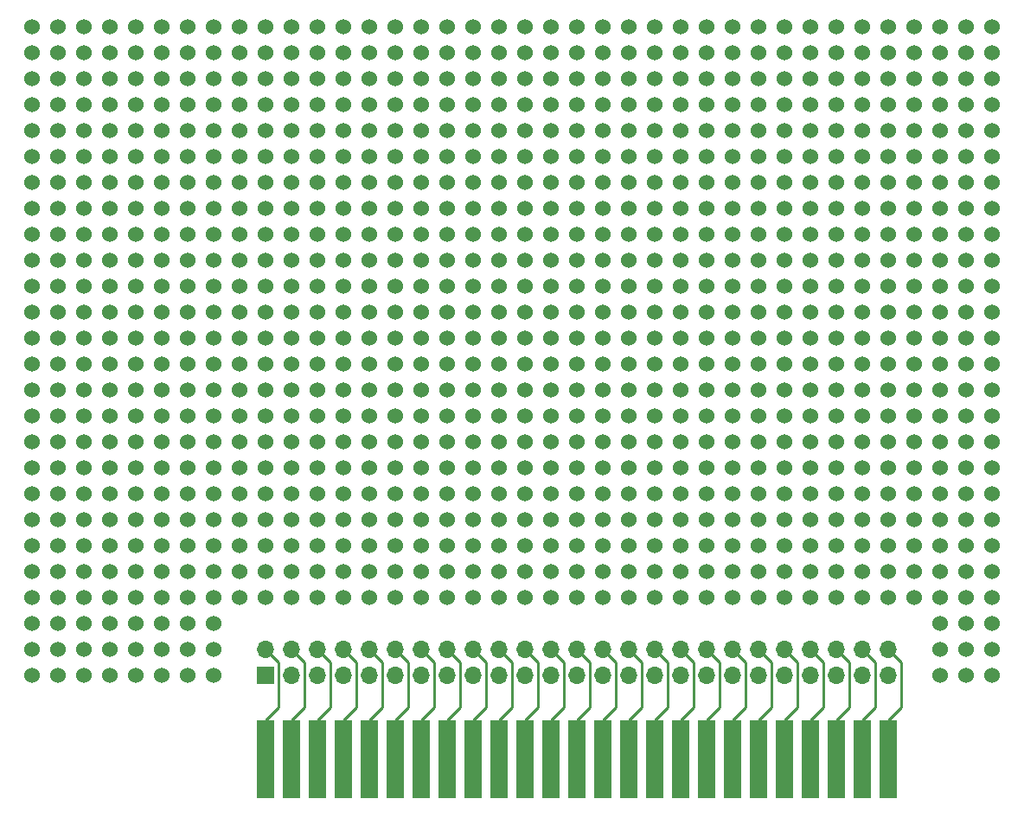
<source format=gbl>
G04 #@! TF.FileFunction,Copper,L2,Bot,Signal*
%FSLAX46Y46*%
G04 Gerber Fmt 4.6, Leading zero omitted, Abs format (unit mm)*
G04 Created by KiCad (PCBNEW 4.0.7) date 08/21/19 17:33:11*
%MOMM*%
%LPD*%
G01*
G04 APERTURE LIST*
%ADD10C,0.100000*%
%ADD11C,1.524000*%
%ADD12R,1.778000X7.620000*%
%ADD13R,1.700000X1.700000*%
%ADD14O,1.700000X1.700000*%
%ADD15C,0.250000*%
G04 APERTURE END LIST*
D10*
D11*
X165735000Y-128905000D03*
X165735000Y-126365000D03*
X165735000Y-123825000D03*
X165735000Y-121285000D03*
X165735000Y-118745000D03*
X165735000Y-116205000D03*
X165735000Y-113665000D03*
X165735000Y-111125000D03*
X165735000Y-108585000D03*
X165735000Y-106045000D03*
X165735000Y-103505000D03*
X165735000Y-100965000D03*
X165735000Y-98425000D03*
X165735000Y-95885000D03*
X165735000Y-93345000D03*
X165735000Y-90805000D03*
X165735000Y-88265000D03*
X165735000Y-85725000D03*
X165735000Y-83185000D03*
X165735000Y-80645000D03*
X165735000Y-78105000D03*
X165735000Y-75565000D03*
X165735000Y-73025000D03*
X165735000Y-70485000D03*
X165735000Y-67945000D03*
X165735000Y-65405000D03*
X170815000Y-128905000D03*
X170815000Y-126365000D03*
X170815000Y-123825000D03*
X170815000Y-121285000D03*
X170815000Y-118745000D03*
X170815000Y-116205000D03*
X170815000Y-113665000D03*
X170815000Y-111125000D03*
X170815000Y-108585000D03*
X170815000Y-106045000D03*
X170815000Y-103505000D03*
X170815000Y-100965000D03*
X170815000Y-98425000D03*
X170815000Y-95885000D03*
X170815000Y-93345000D03*
X170815000Y-90805000D03*
X170815000Y-88265000D03*
X170815000Y-85725000D03*
X170815000Y-83185000D03*
X170815000Y-80645000D03*
X170815000Y-78105000D03*
X170815000Y-75565000D03*
X170815000Y-73025000D03*
X170815000Y-70485000D03*
X170815000Y-67945000D03*
X170815000Y-65405000D03*
X173355000Y-128905000D03*
X173355000Y-126365000D03*
X173355000Y-123825000D03*
X173355000Y-121285000D03*
X173355000Y-118745000D03*
X173355000Y-116205000D03*
X173355000Y-113665000D03*
X173355000Y-111125000D03*
X173355000Y-108585000D03*
X173355000Y-106045000D03*
X173355000Y-103505000D03*
X173355000Y-100965000D03*
X173355000Y-98425000D03*
X173355000Y-95885000D03*
X173355000Y-93345000D03*
X173355000Y-90805000D03*
X173355000Y-88265000D03*
X173355000Y-85725000D03*
X173355000Y-83185000D03*
X173355000Y-80645000D03*
X173355000Y-78105000D03*
X173355000Y-75565000D03*
X173355000Y-73025000D03*
X173355000Y-70485000D03*
X173355000Y-67945000D03*
X173355000Y-65405000D03*
X168275000Y-128905000D03*
X168275000Y-126365000D03*
X168275000Y-123825000D03*
X168275000Y-121285000D03*
X168275000Y-118745000D03*
X168275000Y-116205000D03*
X168275000Y-113665000D03*
X168275000Y-111125000D03*
X168275000Y-108585000D03*
X168275000Y-106045000D03*
X168275000Y-103505000D03*
X168275000Y-100965000D03*
X168275000Y-98425000D03*
X168275000Y-95885000D03*
X168275000Y-93345000D03*
X168275000Y-90805000D03*
X168275000Y-88265000D03*
X168275000Y-85725000D03*
X168275000Y-83185000D03*
X168275000Y-80645000D03*
X168275000Y-78105000D03*
X168275000Y-75565000D03*
X168275000Y-73025000D03*
X168275000Y-70485000D03*
X168275000Y-67945000D03*
X168275000Y-65405000D03*
X175895000Y-128905000D03*
X175895000Y-126365000D03*
X175895000Y-123825000D03*
X175895000Y-121285000D03*
X175895000Y-118745000D03*
X175895000Y-116205000D03*
X175895000Y-113665000D03*
X175895000Y-111125000D03*
X175895000Y-108585000D03*
X175895000Y-106045000D03*
X175895000Y-103505000D03*
X175895000Y-100965000D03*
X175895000Y-98425000D03*
X175895000Y-95885000D03*
X175895000Y-93345000D03*
X175895000Y-90805000D03*
X175895000Y-88265000D03*
X175895000Y-85725000D03*
X175895000Y-83185000D03*
X175895000Y-80645000D03*
X175895000Y-78105000D03*
X175895000Y-75565000D03*
X175895000Y-73025000D03*
X175895000Y-70485000D03*
X175895000Y-67945000D03*
X175895000Y-65405000D03*
X178435000Y-128905000D03*
X178435000Y-126365000D03*
X178435000Y-123825000D03*
X178435000Y-121285000D03*
X178435000Y-118745000D03*
X178435000Y-116205000D03*
X178435000Y-113665000D03*
X178435000Y-111125000D03*
X178435000Y-108585000D03*
X178435000Y-106045000D03*
X178435000Y-103505000D03*
X178435000Y-100965000D03*
X178435000Y-98425000D03*
X178435000Y-95885000D03*
X178435000Y-93345000D03*
X178435000Y-90805000D03*
X178435000Y-88265000D03*
X178435000Y-85725000D03*
X178435000Y-83185000D03*
X178435000Y-80645000D03*
X178435000Y-78105000D03*
X178435000Y-75565000D03*
X178435000Y-73025000D03*
X178435000Y-70485000D03*
X178435000Y-67945000D03*
X178435000Y-65405000D03*
X180975000Y-128905000D03*
X180975000Y-126365000D03*
X180975000Y-123825000D03*
X180975000Y-121285000D03*
X180975000Y-118745000D03*
X180975000Y-116205000D03*
X180975000Y-113665000D03*
X180975000Y-111125000D03*
X180975000Y-108585000D03*
X180975000Y-106045000D03*
X180975000Y-103505000D03*
X180975000Y-100965000D03*
X180975000Y-98425000D03*
X180975000Y-95885000D03*
X180975000Y-93345000D03*
X180975000Y-90805000D03*
X180975000Y-88265000D03*
X180975000Y-85725000D03*
X180975000Y-83185000D03*
X180975000Y-80645000D03*
X180975000Y-78105000D03*
X180975000Y-75565000D03*
X180975000Y-73025000D03*
X180975000Y-70485000D03*
X180975000Y-67945000D03*
X180975000Y-65405000D03*
X183515000Y-128905000D03*
X183515000Y-126365000D03*
X183515000Y-123825000D03*
X183515000Y-121285000D03*
X183515000Y-118745000D03*
X183515000Y-116205000D03*
X183515000Y-113665000D03*
X183515000Y-111125000D03*
X183515000Y-108585000D03*
X183515000Y-106045000D03*
X183515000Y-103505000D03*
X183515000Y-100965000D03*
X183515000Y-98425000D03*
X183515000Y-95885000D03*
X183515000Y-93345000D03*
X183515000Y-90805000D03*
X183515000Y-88265000D03*
X183515000Y-85725000D03*
X183515000Y-83185000D03*
X183515000Y-80645000D03*
X183515000Y-78105000D03*
X183515000Y-75565000D03*
X183515000Y-73025000D03*
X183515000Y-70485000D03*
X183515000Y-67945000D03*
X183515000Y-65405000D03*
X186055000Y-121285000D03*
X186055000Y-118745000D03*
X186055000Y-116205000D03*
X186055000Y-113665000D03*
X186055000Y-111125000D03*
X186055000Y-108585000D03*
X186055000Y-106045000D03*
X186055000Y-103505000D03*
X186055000Y-100965000D03*
X186055000Y-98425000D03*
X186055000Y-95885000D03*
X186055000Y-93345000D03*
X186055000Y-90805000D03*
X186055000Y-88265000D03*
X186055000Y-85725000D03*
X186055000Y-83185000D03*
X186055000Y-80645000D03*
X186055000Y-78105000D03*
X186055000Y-75565000D03*
X186055000Y-73025000D03*
X186055000Y-70485000D03*
X186055000Y-67945000D03*
X186055000Y-65405000D03*
X188595000Y-121285000D03*
X188595000Y-118745000D03*
X188595000Y-116205000D03*
X188595000Y-113665000D03*
X188595000Y-111125000D03*
X188595000Y-108585000D03*
X188595000Y-106045000D03*
X188595000Y-103505000D03*
X188595000Y-100965000D03*
X188595000Y-98425000D03*
X188595000Y-95885000D03*
X188595000Y-93345000D03*
X188595000Y-90805000D03*
X188595000Y-88265000D03*
X188595000Y-85725000D03*
X188595000Y-83185000D03*
X188595000Y-80645000D03*
X188595000Y-78105000D03*
X188595000Y-75565000D03*
X188595000Y-73025000D03*
X188595000Y-70485000D03*
X188595000Y-67945000D03*
X188595000Y-65405000D03*
X191135000Y-121285000D03*
X191135000Y-118745000D03*
X191135000Y-116205000D03*
X191135000Y-113665000D03*
X191135000Y-111125000D03*
X191135000Y-108585000D03*
X191135000Y-106045000D03*
X191135000Y-103505000D03*
X191135000Y-100965000D03*
X191135000Y-98425000D03*
X191135000Y-95885000D03*
X191135000Y-93345000D03*
X191135000Y-90805000D03*
X191135000Y-88265000D03*
X191135000Y-85725000D03*
X191135000Y-83185000D03*
X191135000Y-80645000D03*
X191135000Y-78105000D03*
X191135000Y-75565000D03*
X191135000Y-73025000D03*
X191135000Y-70485000D03*
X191135000Y-67945000D03*
X191135000Y-65405000D03*
X193675000Y-121285000D03*
X193675000Y-118745000D03*
X193675000Y-116205000D03*
X193675000Y-113665000D03*
X193675000Y-111125000D03*
X193675000Y-108585000D03*
X193675000Y-106045000D03*
X193675000Y-103505000D03*
X193675000Y-100965000D03*
X193675000Y-98425000D03*
X193675000Y-95885000D03*
X193675000Y-93345000D03*
X193675000Y-90805000D03*
X193675000Y-88265000D03*
X193675000Y-85725000D03*
X193675000Y-83185000D03*
X193675000Y-80645000D03*
X193675000Y-78105000D03*
X193675000Y-75565000D03*
X193675000Y-73025000D03*
X193675000Y-70485000D03*
X193675000Y-67945000D03*
X193675000Y-65405000D03*
X196215000Y-121285000D03*
X196215000Y-118745000D03*
X196215000Y-116205000D03*
X196215000Y-113665000D03*
X196215000Y-111125000D03*
X196215000Y-108585000D03*
X196215000Y-106045000D03*
X196215000Y-103505000D03*
X196215000Y-100965000D03*
X196215000Y-98425000D03*
X196215000Y-95885000D03*
X196215000Y-93345000D03*
X196215000Y-90805000D03*
X196215000Y-88265000D03*
X196215000Y-85725000D03*
X196215000Y-83185000D03*
X196215000Y-80645000D03*
X196215000Y-78105000D03*
X196215000Y-75565000D03*
X196215000Y-73025000D03*
X196215000Y-70485000D03*
X196215000Y-67945000D03*
X196215000Y-65405000D03*
X198755000Y-121285000D03*
X198755000Y-118745000D03*
X198755000Y-116205000D03*
X198755000Y-113665000D03*
X198755000Y-111125000D03*
X198755000Y-108585000D03*
X198755000Y-106045000D03*
X198755000Y-103505000D03*
X198755000Y-100965000D03*
X198755000Y-98425000D03*
X198755000Y-95885000D03*
X198755000Y-93345000D03*
X198755000Y-90805000D03*
X198755000Y-88265000D03*
X198755000Y-85725000D03*
X198755000Y-83185000D03*
X198755000Y-80645000D03*
X198755000Y-78105000D03*
X198755000Y-75565000D03*
X198755000Y-73025000D03*
X198755000Y-70485000D03*
X198755000Y-67945000D03*
X198755000Y-65405000D03*
X201295000Y-121285000D03*
X201295000Y-118745000D03*
X201295000Y-116205000D03*
X201295000Y-113665000D03*
X201295000Y-111125000D03*
X201295000Y-108585000D03*
X201295000Y-106045000D03*
X201295000Y-103505000D03*
X201295000Y-100965000D03*
X201295000Y-98425000D03*
X201295000Y-95885000D03*
X201295000Y-93345000D03*
X201295000Y-90805000D03*
X201295000Y-88265000D03*
X201295000Y-85725000D03*
X201295000Y-83185000D03*
X201295000Y-80645000D03*
X201295000Y-78105000D03*
X201295000Y-75565000D03*
X201295000Y-73025000D03*
X201295000Y-70485000D03*
X201295000Y-67945000D03*
X201295000Y-65405000D03*
X203835000Y-121285000D03*
X203835000Y-118745000D03*
X203835000Y-116205000D03*
X203835000Y-113665000D03*
X203835000Y-111125000D03*
X203835000Y-108585000D03*
X203835000Y-106045000D03*
X203835000Y-103505000D03*
X203835000Y-100965000D03*
X203835000Y-98425000D03*
X203835000Y-95885000D03*
X203835000Y-93345000D03*
X203835000Y-90805000D03*
X203835000Y-88265000D03*
X203835000Y-85725000D03*
X203835000Y-83185000D03*
X203835000Y-80645000D03*
X203835000Y-78105000D03*
X203835000Y-75565000D03*
X203835000Y-73025000D03*
X203835000Y-70485000D03*
X203835000Y-67945000D03*
X203835000Y-65405000D03*
X206375000Y-121285000D03*
X206375000Y-118745000D03*
X206375000Y-116205000D03*
X206375000Y-113665000D03*
X206375000Y-111125000D03*
X206375000Y-108585000D03*
X206375000Y-106045000D03*
X206375000Y-103505000D03*
X206375000Y-100965000D03*
X206375000Y-98425000D03*
X206375000Y-95885000D03*
X206375000Y-93345000D03*
X206375000Y-90805000D03*
X206375000Y-88265000D03*
X206375000Y-85725000D03*
X206375000Y-83185000D03*
X206375000Y-80645000D03*
X206375000Y-78105000D03*
X206375000Y-75565000D03*
X206375000Y-73025000D03*
X206375000Y-70485000D03*
X206375000Y-67945000D03*
X206375000Y-65405000D03*
X208915000Y-121285000D03*
X208915000Y-118745000D03*
X208915000Y-116205000D03*
X208915000Y-113665000D03*
X208915000Y-111125000D03*
X208915000Y-108585000D03*
X208915000Y-106045000D03*
X208915000Y-103505000D03*
X208915000Y-100965000D03*
X208915000Y-98425000D03*
X208915000Y-95885000D03*
X208915000Y-93345000D03*
X208915000Y-90805000D03*
X208915000Y-88265000D03*
X208915000Y-85725000D03*
X208915000Y-83185000D03*
X208915000Y-80645000D03*
X208915000Y-78105000D03*
X208915000Y-75565000D03*
X208915000Y-73025000D03*
X208915000Y-70485000D03*
X208915000Y-67945000D03*
X208915000Y-65405000D03*
X211455000Y-121285000D03*
X211455000Y-118745000D03*
X211455000Y-116205000D03*
X211455000Y-113665000D03*
X211455000Y-111125000D03*
X211455000Y-108585000D03*
X211455000Y-106045000D03*
X211455000Y-103505000D03*
X211455000Y-100965000D03*
X211455000Y-98425000D03*
X211455000Y-95885000D03*
X211455000Y-93345000D03*
X211455000Y-90805000D03*
X211455000Y-88265000D03*
X211455000Y-85725000D03*
X211455000Y-83185000D03*
X211455000Y-80645000D03*
X211455000Y-78105000D03*
X211455000Y-75565000D03*
X211455000Y-73025000D03*
X211455000Y-70485000D03*
X211455000Y-67945000D03*
X211455000Y-65405000D03*
X213995000Y-121285000D03*
X213995000Y-118745000D03*
X213995000Y-116205000D03*
X213995000Y-113665000D03*
X213995000Y-111125000D03*
X213995000Y-108585000D03*
X213995000Y-106045000D03*
X213995000Y-103505000D03*
X213995000Y-100965000D03*
X213995000Y-98425000D03*
X213995000Y-95885000D03*
X213995000Y-93345000D03*
X213995000Y-90805000D03*
X213995000Y-88265000D03*
X213995000Y-85725000D03*
X213995000Y-83185000D03*
X213995000Y-80645000D03*
X213995000Y-78105000D03*
X213995000Y-75565000D03*
X213995000Y-73025000D03*
X213995000Y-70485000D03*
X213995000Y-67945000D03*
X213995000Y-65405000D03*
X216535000Y-121285000D03*
X216535000Y-118745000D03*
X216535000Y-116205000D03*
X216535000Y-113665000D03*
X216535000Y-111125000D03*
X216535000Y-108585000D03*
X216535000Y-106045000D03*
X216535000Y-103505000D03*
X216535000Y-100965000D03*
X216535000Y-98425000D03*
X216535000Y-95885000D03*
X216535000Y-93345000D03*
X216535000Y-90805000D03*
X216535000Y-88265000D03*
X216535000Y-85725000D03*
X216535000Y-83185000D03*
X216535000Y-80645000D03*
X216535000Y-78105000D03*
X216535000Y-75565000D03*
X216535000Y-73025000D03*
X216535000Y-70485000D03*
X216535000Y-67945000D03*
X216535000Y-65405000D03*
X219075000Y-121285000D03*
X219075000Y-118745000D03*
X219075000Y-116205000D03*
X219075000Y-113665000D03*
X219075000Y-111125000D03*
X219075000Y-108585000D03*
X219075000Y-106045000D03*
X219075000Y-103505000D03*
X219075000Y-100965000D03*
X219075000Y-98425000D03*
X219075000Y-95885000D03*
X219075000Y-93345000D03*
X219075000Y-90805000D03*
X219075000Y-88265000D03*
X219075000Y-85725000D03*
X219075000Y-83185000D03*
X219075000Y-80645000D03*
X219075000Y-78105000D03*
X219075000Y-75565000D03*
X219075000Y-73025000D03*
X219075000Y-70485000D03*
X219075000Y-67945000D03*
X219075000Y-65405000D03*
X221615000Y-121285000D03*
X221615000Y-118745000D03*
X221615000Y-116205000D03*
X221615000Y-113665000D03*
X221615000Y-111125000D03*
X221615000Y-108585000D03*
X221615000Y-106045000D03*
X221615000Y-103505000D03*
X221615000Y-100965000D03*
X221615000Y-98425000D03*
X221615000Y-95885000D03*
X221615000Y-93345000D03*
X221615000Y-90805000D03*
X221615000Y-88265000D03*
X221615000Y-85725000D03*
X221615000Y-83185000D03*
X221615000Y-80645000D03*
X221615000Y-78105000D03*
X221615000Y-75565000D03*
X221615000Y-73025000D03*
X221615000Y-70485000D03*
X221615000Y-67945000D03*
X221615000Y-65405000D03*
X224155000Y-121285000D03*
X224155000Y-118745000D03*
X224155000Y-116205000D03*
X224155000Y-113665000D03*
X224155000Y-111125000D03*
X224155000Y-108585000D03*
X224155000Y-106045000D03*
X224155000Y-103505000D03*
X224155000Y-100965000D03*
X224155000Y-98425000D03*
X224155000Y-95885000D03*
X224155000Y-93345000D03*
X224155000Y-90805000D03*
X224155000Y-88265000D03*
X224155000Y-85725000D03*
X224155000Y-83185000D03*
X224155000Y-80645000D03*
X224155000Y-78105000D03*
X224155000Y-75565000D03*
X224155000Y-73025000D03*
X224155000Y-70485000D03*
X224155000Y-67945000D03*
X224155000Y-65405000D03*
X226695000Y-121285000D03*
X226695000Y-118745000D03*
X226695000Y-116205000D03*
X226695000Y-113665000D03*
X226695000Y-111125000D03*
X226695000Y-108585000D03*
X226695000Y-106045000D03*
X226695000Y-103505000D03*
X226695000Y-100965000D03*
X226695000Y-98425000D03*
X226695000Y-95885000D03*
X226695000Y-93345000D03*
X226695000Y-90805000D03*
X226695000Y-88265000D03*
X226695000Y-85725000D03*
X226695000Y-83185000D03*
X226695000Y-80645000D03*
X226695000Y-78105000D03*
X226695000Y-75565000D03*
X226695000Y-73025000D03*
X226695000Y-70485000D03*
X226695000Y-67945000D03*
X226695000Y-65405000D03*
X229235000Y-121285000D03*
X229235000Y-118745000D03*
X229235000Y-116205000D03*
X229235000Y-113665000D03*
X229235000Y-111125000D03*
X229235000Y-108585000D03*
X229235000Y-106045000D03*
X229235000Y-103505000D03*
X229235000Y-100965000D03*
X229235000Y-98425000D03*
X229235000Y-95885000D03*
X229235000Y-93345000D03*
X229235000Y-90805000D03*
X229235000Y-88265000D03*
X229235000Y-85725000D03*
X229235000Y-83185000D03*
X229235000Y-80645000D03*
X229235000Y-78105000D03*
X229235000Y-75565000D03*
X229235000Y-73025000D03*
X229235000Y-70485000D03*
X229235000Y-67945000D03*
X229235000Y-65405000D03*
X231775000Y-121285000D03*
X231775000Y-118745000D03*
X231775000Y-116205000D03*
X231775000Y-113665000D03*
X231775000Y-111125000D03*
X231775000Y-108585000D03*
X231775000Y-106045000D03*
X231775000Y-103505000D03*
X231775000Y-100965000D03*
X231775000Y-98425000D03*
X231775000Y-95885000D03*
X231775000Y-93345000D03*
X231775000Y-90805000D03*
X231775000Y-88265000D03*
X231775000Y-85725000D03*
X231775000Y-83185000D03*
X231775000Y-80645000D03*
X231775000Y-78105000D03*
X231775000Y-75565000D03*
X231775000Y-73025000D03*
X231775000Y-70485000D03*
X231775000Y-67945000D03*
X231775000Y-65405000D03*
X234315000Y-121285000D03*
X234315000Y-118745000D03*
X234315000Y-116205000D03*
X234315000Y-113665000D03*
X234315000Y-111125000D03*
X234315000Y-108585000D03*
X234315000Y-106045000D03*
X234315000Y-103505000D03*
X234315000Y-100965000D03*
X234315000Y-98425000D03*
X234315000Y-95885000D03*
X234315000Y-93345000D03*
X234315000Y-90805000D03*
X234315000Y-88265000D03*
X234315000Y-85725000D03*
X234315000Y-83185000D03*
X234315000Y-80645000D03*
X234315000Y-78105000D03*
X234315000Y-75565000D03*
X234315000Y-73025000D03*
X234315000Y-70485000D03*
X234315000Y-67945000D03*
X234315000Y-65405000D03*
X236855000Y-121285000D03*
X236855000Y-118745000D03*
X236855000Y-116205000D03*
X236855000Y-113665000D03*
X236855000Y-111125000D03*
X236855000Y-108585000D03*
X236855000Y-106045000D03*
X236855000Y-103505000D03*
X236855000Y-100965000D03*
X236855000Y-98425000D03*
X236855000Y-95885000D03*
X236855000Y-93345000D03*
X236855000Y-90805000D03*
X236855000Y-88265000D03*
X236855000Y-85725000D03*
X236855000Y-83185000D03*
X236855000Y-80645000D03*
X236855000Y-78105000D03*
X236855000Y-75565000D03*
X236855000Y-73025000D03*
X236855000Y-70485000D03*
X236855000Y-67945000D03*
X236855000Y-65405000D03*
X239395000Y-121285000D03*
X239395000Y-118745000D03*
X239395000Y-116205000D03*
X239395000Y-113665000D03*
X239395000Y-111125000D03*
X239395000Y-108585000D03*
X239395000Y-106045000D03*
X239395000Y-103505000D03*
X239395000Y-100965000D03*
X239395000Y-98425000D03*
X239395000Y-95885000D03*
X239395000Y-93345000D03*
X239395000Y-90805000D03*
X239395000Y-88265000D03*
X239395000Y-85725000D03*
X239395000Y-83185000D03*
X239395000Y-80645000D03*
X239395000Y-78105000D03*
X239395000Y-75565000D03*
X239395000Y-73025000D03*
X239395000Y-70485000D03*
X239395000Y-67945000D03*
X239395000Y-65405000D03*
X241935000Y-121285000D03*
X241935000Y-118745000D03*
X241935000Y-116205000D03*
X241935000Y-113665000D03*
X241935000Y-111125000D03*
X241935000Y-108585000D03*
X241935000Y-106045000D03*
X241935000Y-103505000D03*
X241935000Y-100965000D03*
X241935000Y-98425000D03*
X241935000Y-95885000D03*
X241935000Y-93345000D03*
X241935000Y-90805000D03*
X241935000Y-88265000D03*
X241935000Y-85725000D03*
X241935000Y-83185000D03*
X241935000Y-80645000D03*
X241935000Y-78105000D03*
X241935000Y-75565000D03*
X241935000Y-73025000D03*
X241935000Y-70485000D03*
X241935000Y-67945000D03*
X241935000Y-65405000D03*
X244475000Y-121285000D03*
X244475000Y-118745000D03*
X244475000Y-116205000D03*
X244475000Y-113665000D03*
X244475000Y-111125000D03*
X244475000Y-108585000D03*
X244475000Y-106045000D03*
X244475000Y-103505000D03*
X244475000Y-100965000D03*
X244475000Y-98425000D03*
X244475000Y-95885000D03*
X244475000Y-93345000D03*
X244475000Y-90805000D03*
X244475000Y-88265000D03*
X244475000Y-85725000D03*
X244475000Y-83185000D03*
X244475000Y-80645000D03*
X244475000Y-78105000D03*
X244475000Y-75565000D03*
X244475000Y-73025000D03*
X244475000Y-70485000D03*
X244475000Y-67945000D03*
X244475000Y-65405000D03*
X247015000Y-121285000D03*
X247015000Y-118745000D03*
X247015000Y-116205000D03*
X247015000Y-113665000D03*
X247015000Y-111125000D03*
X247015000Y-108585000D03*
X247015000Y-106045000D03*
X247015000Y-103505000D03*
X247015000Y-100965000D03*
X247015000Y-98425000D03*
X247015000Y-95885000D03*
X247015000Y-93345000D03*
X247015000Y-90805000D03*
X247015000Y-88265000D03*
X247015000Y-85725000D03*
X247015000Y-83185000D03*
X247015000Y-80645000D03*
X247015000Y-78105000D03*
X247015000Y-75565000D03*
X247015000Y-73025000D03*
X247015000Y-70485000D03*
X247015000Y-67945000D03*
X247015000Y-65405000D03*
X249555000Y-121285000D03*
X249555000Y-118745000D03*
X249555000Y-116205000D03*
X249555000Y-113665000D03*
X249555000Y-111125000D03*
X249555000Y-108585000D03*
X249555000Y-106045000D03*
X249555000Y-103505000D03*
X249555000Y-100965000D03*
X249555000Y-98425000D03*
X249555000Y-95885000D03*
X249555000Y-93345000D03*
X249555000Y-90805000D03*
X249555000Y-88265000D03*
X249555000Y-85725000D03*
X249555000Y-83185000D03*
X249555000Y-80645000D03*
X249555000Y-78105000D03*
X249555000Y-75565000D03*
X249555000Y-73025000D03*
X249555000Y-70485000D03*
X249555000Y-67945000D03*
X249555000Y-65405000D03*
X252095000Y-121285000D03*
X252095000Y-118745000D03*
X252095000Y-116205000D03*
X252095000Y-113665000D03*
X252095000Y-111125000D03*
X252095000Y-108585000D03*
X252095000Y-106045000D03*
X252095000Y-103505000D03*
X252095000Y-100965000D03*
X252095000Y-98425000D03*
X252095000Y-95885000D03*
X252095000Y-93345000D03*
X252095000Y-90805000D03*
X252095000Y-88265000D03*
X252095000Y-85725000D03*
X252095000Y-83185000D03*
X252095000Y-80645000D03*
X252095000Y-78105000D03*
X252095000Y-75565000D03*
X252095000Y-73025000D03*
X252095000Y-70485000D03*
X252095000Y-67945000D03*
X252095000Y-65405000D03*
X254635000Y-128905000D03*
X254635000Y-126365000D03*
X254635000Y-123825000D03*
X254635000Y-121285000D03*
X254635000Y-118745000D03*
X254635000Y-116205000D03*
X254635000Y-113665000D03*
X254635000Y-111125000D03*
X254635000Y-108585000D03*
X254635000Y-106045000D03*
X254635000Y-103505000D03*
X254635000Y-100965000D03*
X254635000Y-98425000D03*
X254635000Y-95885000D03*
X254635000Y-93345000D03*
X254635000Y-90805000D03*
X254635000Y-88265000D03*
X254635000Y-85725000D03*
X254635000Y-83185000D03*
X254635000Y-80645000D03*
X254635000Y-78105000D03*
X254635000Y-75565000D03*
X254635000Y-73025000D03*
X254635000Y-70485000D03*
X254635000Y-67945000D03*
X254635000Y-65405000D03*
X257175000Y-128905000D03*
X257175000Y-126365000D03*
X257175000Y-123825000D03*
X257175000Y-121285000D03*
X257175000Y-118745000D03*
X257175000Y-116205000D03*
X257175000Y-113665000D03*
X257175000Y-111125000D03*
X257175000Y-108585000D03*
X257175000Y-106045000D03*
X257175000Y-103505000D03*
X257175000Y-100965000D03*
X257175000Y-98425000D03*
X257175000Y-95885000D03*
X257175000Y-93345000D03*
X257175000Y-90805000D03*
X257175000Y-88265000D03*
X257175000Y-85725000D03*
X257175000Y-83185000D03*
X257175000Y-80645000D03*
X257175000Y-78105000D03*
X257175000Y-75565000D03*
X257175000Y-73025000D03*
X257175000Y-70485000D03*
X257175000Y-67945000D03*
X257175000Y-65405000D03*
X259715000Y-128905000D03*
X259715000Y-126365000D03*
X259715000Y-123825000D03*
X259715000Y-121285000D03*
X259715000Y-118745000D03*
X259715000Y-116205000D03*
X259715000Y-113665000D03*
X259715000Y-111125000D03*
X259715000Y-108585000D03*
X259715000Y-106045000D03*
X259715000Y-103505000D03*
X259715000Y-100965000D03*
X259715000Y-98425000D03*
X259715000Y-95885000D03*
X259715000Y-93345000D03*
X259715000Y-90805000D03*
X259715000Y-88265000D03*
X259715000Y-85725000D03*
X259715000Y-83185000D03*
X259715000Y-80645000D03*
X259715000Y-78105000D03*
X259715000Y-75565000D03*
X259715000Y-73025000D03*
X259715000Y-70485000D03*
X259715000Y-67945000D03*
X259715000Y-65405000D03*
D12*
X188595000Y-137160000D03*
X191135000Y-137160000D03*
X193675000Y-137160000D03*
X196215000Y-137160000D03*
X198755000Y-137160000D03*
X201295000Y-137160000D03*
X203835000Y-137160000D03*
X206375000Y-137160000D03*
X208915000Y-137160000D03*
X211455000Y-137160000D03*
X213995000Y-137160000D03*
X216535000Y-137160000D03*
X219075000Y-137160000D03*
X221615000Y-137160000D03*
X224155000Y-137160000D03*
X226695000Y-137160000D03*
X229235000Y-137160000D03*
X231775000Y-137160000D03*
X234315000Y-137160000D03*
X236855000Y-137160000D03*
X239395000Y-137160000D03*
X241935000Y-137160000D03*
X244475000Y-137160000D03*
X247015000Y-137160000D03*
X249555000Y-137160000D03*
D13*
X188595000Y-128905000D03*
D14*
X191135000Y-128905000D03*
X193675000Y-128905000D03*
X196215000Y-128905000D03*
X198755000Y-128905000D03*
X201295000Y-128905000D03*
X203835000Y-128905000D03*
X206375000Y-128905000D03*
X208915000Y-128905000D03*
X211455000Y-128905000D03*
X213995000Y-128905000D03*
X216535000Y-128905000D03*
X219075000Y-128905000D03*
X221615000Y-128905000D03*
X224155000Y-128905000D03*
X226695000Y-128905000D03*
X229235000Y-128905000D03*
X231775000Y-128905000D03*
X234315000Y-128905000D03*
X236855000Y-128905000D03*
X239395000Y-128905000D03*
X241935000Y-128905000D03*
X244475000Y-128905000D03*
X247015000Y-128905000D03*
X249555000Y-128905000D03*
X249555000Y-126365000D03*
X247015000Y-126365000D03*
X244475000Y-126365000D03*
X241935000Y-126365000D03*
X239395000Y-126365000D03*
X236855000Y-126365000D03*
X234315000Y-126365000D03*
X231775000Y-126365000D03*
X229235000Y-126365000D03*
X226695000Y-126365000D03*
X224155000Y-126365000D03*
X221615000Y-126365000D03*
X219075000Y-126365000D03*
X216535000Y-126365000D03*
X213995000Y-126365000D03*
X211455000Y-126365000D03*
X208915000Y-126365000D03*
X206375000Y-126365000D03*
X203835000Y-126365000D03*
X201295000Y-126365000D03*
X198755000Y-126365000D03*
X196215000Y-126365000D03*
X193675000Y-126365000D03*
X191135000Y-126365000D03*
X188595000Y-126365000D03*
D15*
X188595000Y-126365000D02*
X189865000Y-127635000D01*
X189865000Y-127635000D02*
X189865000Y-132080000D01*
X189865000Y-132080000D02*
X188595000Y-133350000D01*
X188595000Y-133350000D02*
X188595000Y-137160000D01*
X191135000Y-126365000D02*
X192405000Y-127635000D01*
X192405000Y-127635000D02*
X192405000Y-132080000D01*
X192405000Y-132080000D02*
X191135000Y-133350000D01*
X191135000Y-133350000D02*
X191135000Y-137160000D01*
X193675000Y-126365000D02*
X194945000Y-127635000D01*
X194945000Y-127635000D02*
X194945000Y-132080000D01*
X194945000Y-132080000D02*
X193675000Y-133350000D01*
X193675000Y-133350000D02*
X193675000Y-137160000D01*
X196215000Y-126365000D02*
X197485000Y-127635000D01*
X197485000Y-127635000D02*
X197485000Y-132080000D01*
X197485000Y-132080000D02*
X196215000Y-133350000D01*
X196215000Y-133350000D02*
X196215000Y-137160000D01*
X198755000Y-126365000D02*
X200025000Y-127635000D01*
X200025000Y-127635000D02*
X200025000Y-132080000D01*
X200025000Y-132080000D02*
X198755000Y-133350000D01*
X198755000Y-133350000D02*
X198755000Y-137160000D01*
X201295000Y-126365000D02*
X202565000Y-127635000D01*
X202565000Y-127635000D02*
X202565000Y-132080000D01*
X202565000Y-132080000D02*
X201295000Y-133350000D01*
X201295000Y-133350000D02*
X201295000Y-137160000D01*
X203835000Y-126365000D02*
X205105000Y-127635000D01*
X205105000Y-127635000D02*
X205105000Y-132080000D01*
X205105000Y-132080000D02*
X203835000Y-133350000D01*
X203835000Y-133350000D02*
X203835000Y-137160000D01*
X206375000Y-126365000D02*
X207645000Y-127635000D01*
X207645000Y-127635000D02*
X207645000Y-132080000D01*
X207645000Y-132080000D02*
X206375000Y-133350000D01*
X206375000Y-133350000D02*
X206375000Y-137160000D01*
X208915000Y-126365000D02*
X210185000Y-127635000D01*
X210185000Y-127635000D02*
X210185000Y-132080000D01*
X210185000Y-132080000D02*
X208915000Y-133350000D01*
X208915000Y-133350000D02*
X208915000Y-137160000D01*
X211455000Y-126365000D02*
X212725000Y-127635000D01*
X212725000Y-127635000D02*
X212725000Y-132080000D01*
X212725000Y-132080000D02*
X211455000Y-133350000D01*
X211455000Y-133350000D02*
X211455000Y-137160000D01*
X213995000Y-126365000D02*
X215265000Y-127635000D01*
X215265000Y-127635000D02*
X215265000Y-132080000D01*
X215265000Y-132080000D02*
X213995000Y-133350000D01*
X213995000Y-133350000D02*
X213995000Y-137160000D01*
X220345000Y-132080000D02*
X219075000Y-133350000D01*
X219075000Y-133350000D02*
X219075000Y-137160000D01*
X219075000Y-126365000D02*
X220345000Y-127635000D01*
X220345000Y-127635000D02*
X220345000Y-132080000D01*
X222885000Y-132080000D02*
X221615000Y-133350000D01*
X221615000Y-133350000D02*
X221615000Y-137160000D01*
X221615000Y-126365000D02*
X222885000Y-127635000D01*
X222885000Y-127635000D02*
X222885000Y-132080000D01*
X225425000Y-132080000D02*
X224155000Y-133350000D01*
X224155000Y-133350000D02*
X224155000Y-137160000D01*
X224155000Y-126365000D02*
X225425000Y-127635000D01*
X225425000Y-127635000D02*
X225425000Y-132080000D01*
X229235000Y-126365000D02*
X230505000Y-127635000D01*
X230505000Y-132080000D02*
X229235000Y-133350000D01*
X230505000Y-127635000D02*
X230505000Y-132080000D01*
X229235000Y-133350000D02*
X229235000Y-137160000D01*
X231775000Y-126365000D02*
X233045000Y-127635000D01*
X233045000Y-127635000D02*
X233045000Y-132080000D01*
X233045000Y-132080000D02*
X231775000Y-133350000D01*
X231775000Y-133350000D02*
X231775000Y-137160000D01*
X234315000Y-126365000D02*
X235585000Y-127635000D01*
X235585000Y-127635000D02*
X235585000Y-132080000D01*
X235585000Y-132080000D02*
X234315000Y-133350000D01*
X234315000Y-133350000D02*
X234315000Y-137160000D01*
X236855000Y-126365000D02*
X238125000Y-127635000D01*
X238125000Y-127635000D02*
X238125000Y-132080000D01*
X238125000Y-132080000D02*
X236855000Y-133350000D01*
X236855000Y-133350000D02*
X236855000Y-137160000D01*
X239395000Y-126365000D02*
X240665000Y-127635000D01*
X240665000Y-127635000D02*
X240665000Y-132080000D01*
X240665000Y-132080000D02*
X239395000Y-133350000D01*
X239395000Y-133350000D02*
X239395000Y-137160000D01*
X241935000Y-126365000D02*
X243205000Y-127635000D01*
X243205000Y-127635000D02*
X243205000Y-132080000D01*
X243205000Y-132080000D02*
X241935000Y-133350000D01*
X241935000Y-133350000D02*
X241935000Y-137160000D01*
X244475000Y-126365000D02*
X245745000Y-127635000D01*
X245745000Y-127635000D02*
X245745000Y-132080000D01*
X245745000Y-132080000D02*
X244475000Y-133350000D01*
X244475000Y-133350000D02*
X244475000Y-137160000D01*
X247015000Y-126365000D02*
X248285000Y-127635000D01*
X248285000Y-127635000D02*
X248285000Y-132080000D01*
X248285000Y-132080000D02*
X247015000Y-133350000D01*
X247015000Y-133350000D02*
X247015000Y-137160000D01*
X249555000Y-126365000D02*
X250825000Y-127635000D01*
X250825000Y-127635000D02*
X250825000Y-132080000D01*
X250825000Y-132080000D02*
X249555000Y-133350000D01*
X249555000Y-133350000D02*
X249555000Y-137160000D01*
X216535000Y-126365000D02*
X217805000Y-127635000D01*
X217805000Y-127635000D02*
X217805000Y-132080000D01*
X217805000Y-132080000D02*
X216535000Y-133350000D01*
X216535000Y-133350000D02*
X216535000Y-137160000D01*
X226695000Y-126365000D02*
X227965000Y-127635000D01*
X227965000Y-132080000D02*
X226695000Y-133350000D01*
X227965000Y-127635000D02*
X227965000Y-132080000D01*
X226695000Y-133350000D02*
X226695000Y-137160000D01*
M02*

</source>
